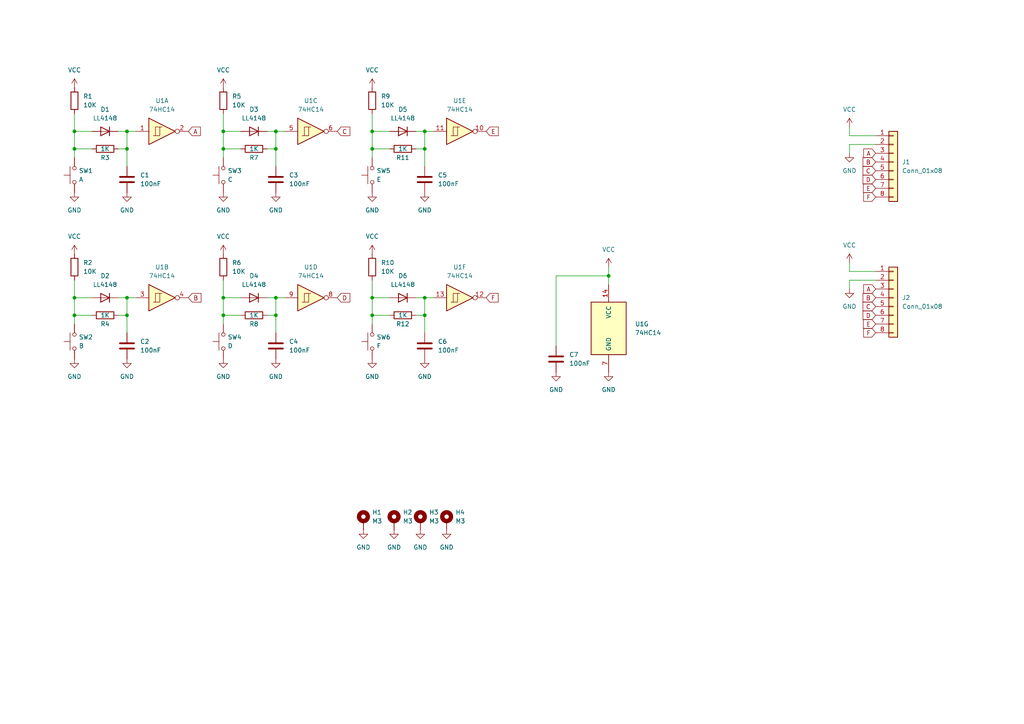
<source format=kicad_sch>
(kicad_sch (version 20231120) (generator "eeschema") (generator_version "8.0")
  (paper "A4")
  (lib_symbols
    (symbol "74xx:74HC14" (pin_names (offset 1.016))
      (property "Reference" "U" (at 0 1.27 0))
      (property "Value" "74HC14" (at 0 -1.27 0))
      (symbol "74HC14_1_0"
        (polyline (pts (xy -3.81 3.81) (xy -3.81 -3.81) (xy 3.81 0) (xy -3.81 3.81)) (stroke (width 0.254)) (fill (type background)))
        (pin input line (at -7.62 0 0) (length 3.81) (name "~") (number "1"))
        (pin output inverted (at 7.62 0 180) (length 3.81) (name "~") (number "2"))
      )
      (symbol "74HC14_1_1"
        (polyline (pts (xy -1.905 -1.27) (xy -1.905 1.27) (xy -0.635 1.27)))
        (polyline (pts (xy -2.54 -1.27) (xy -0.635 -1.27) (xy -0.635 1.27) (xy 0 1.27)))
      )
      (symbol "74HC14_2_0"
        (polyline (pts (xy -3.81 3.81) (xy -3.81 -3.81) (xy 3.81 0) (xy -3.81 3.81)) (stroke (width 0.254)) (fill (type background)))
        (pin input line (at -7.62 0 0) (length 3.81) (name "~") (number "3"))
        (pin output inverted (at 7.62 0 180) (length 3.81) (name "~") (number "4"))
      )
      (symbol "74HC14_2_1"
        (polyline (pts (xy -1.905 -1.27) (xy -1.905 1.27) (xy -0.635 1.27)))
        (polyline (pts (xy -2.54 -1.27) (xy -0.635 -1.27) (xy -0.635 1.27) (xy 0 1.27)))
      )
      (symbol "74HC14_3_0"
        (polyline (pts (xy -3.81 3.81) (xy -3.81 -3.81) (xy 3.81 0) (xy -3.81 3.81)) (stroke (width 0.254)) (fill (type background)))
        (pin input line (at -7.62 0 0) (length 3.81) (name "~") (number "5"))
        (pin output inverted (at 7.62 0 180) (length 3.81) (name "~") (number "6"))
      )
      (symbol "74HC14_3_1"
        (polyline (pts (xy -1.905 -1.27) (xy -1.905 1.27) (xy -0.635 1.27)))
        (polyline (pts (xy -2.54 -1.27) (xy -0.635 -1.27) (xy -0.635 1.27) (xy 0 1.27)))
      )
      (symbol "74HC14_4_0"
        (polyline (pts (xy -3.81 3.81) (xy -3.81 -3.81) (xy 3.81 0) (xy -3.81 3.81)) (stroke (width 0.254)) (fill (type background)))
        (pin output inverted (at 7.62 0 180) (length 3.81) (name "~") (number "8"))
        (pin input line (at -7.62 0 0) (length 3.81) (name "~") (number "9"))
      )
      (symbol "74HC14_4_1"
        (polyline (pts (xy -1.905 -1.27) (xy -1.905 1.27) (xy -0.635 1.27)))
        (polyline (pts (xy -2.54 -1.27) (xy -0.635 -1.27) (xy -0.635 1.27) (xy 0 1.27)))
      )
      (symbol "74HC14_5_0"
        (polyline (pts (xy -3.81 3.81) (xy -3.81 -3.81) (xy 3.81 0) (xy -3.81 3.81)) (stroke (width 0.254)) (fill (type background)))
        (pin output inverted (at 7.62 0 180) (length 3.81) (name "~") (number "10"))
        (pin input line (at -7.62 0 0) (length 3.81) (name "~") (number "11"))
      )
      (symbol "74HC14_5_1"
        (polyline (pts (xy -1.905 -1.27) (xy -1.905 1.27) (xy -0.635 1.27)))
        (polyline (pts (xy -2.54 -1.27) (xy -0.635 -1.27) (xy -0.635 1.27) (xy 0 1.27)))
      )
      (symbol "74HC14_6_0"
        (polyline (pts (xy -3.81 3.81) (xy -3.81 -3.81) (xy 3.81 0) (xy -3.81 3.81)) (stroke (width 0.254)) (fill (type background)))
        (pin output inverted (at 7.62 0 180) (length 3.81) (name "~") (number "12"))
        (pin input line (at -7.62 0 0) (length 3.81) (name "~") (number "13"))
      )
      (symbol "74HC14_6_1"
        (polyline (pts (xy -1.905 -1.27) (xy -1.905 1.27) (xy -0.635 1.27)))
        (polyline (pts (xy -2.54 -1.27) (xy -0.635 -1.27) (xy -0.635 1.27) (xy 0 1.27)))
      )
      (symbol "74HC14_7_0"
        (pin power_in line (at 0 12.7 270) (length 5.08) (name "VCC") (number "14"))
        (pin power_in line (at 0 -12.7 90) (length 5.08) (name "GND") (number "7"))
      )
      (symbol "74HC14_7_1"
        (rectangle (start -5.08 7.62) (end 5.08 -7.62) (stroke (width 0.254)) (fill (type background)))
      )
    )
    (symbol "Connector_Generic:Conn_01x08" (pin_names (offset 1.016) hide)
      (property "Reference" "J" (at 0 10.16 0))
      (property "Value" "Conn_01x08" (at 0 -12.7 0))
      (symbol "Conn_01x08_1_1"
        (rectangle (start -1.27 -10.033) (end 0 -10.287) (stroke (width 0.1524)))
        (rectangle (start -1.27 -7.493) (end 0 -7.747) (stroke (width 0.1524)))
        (rectangle (start -1.27 -4.953) (end 0 -5.207) (stroke (width 0.1524)))
        (rectangle (start -1.27 -2.413) (end 0 -2.667) (stroke (width 0.1524)))
        (rectangle (start -1.27 0.127) (end 0 -0.127) (stroke (width 0.1524)))
        (rectangle (start -1.27 2.667) (end 0 2.413) (stroke (width 0.1524)))
        (rectangle (start -1.27 5.207) (end 0 4.953) (stroke (width 0.1524)))
        (rectangle (start -1.27 7.747) (end 0 7.493) (stroke (width 0.1524)))
        (rectangle (start -1.27 8.89) (end 1.27 -11.43) (stroke (width 0.254)) (fill (type background)))
        (pin passive line (at -5.08 7.62 0) (length 3.81) (name "Pin_1") (number "1"))
        (pin passive line (at -5.08 5.08 0) (length 3.81) (name "Pin_2") (number "2"))
        (pin passive line (at -5.08 2.54 0) (length 3.81) (name "Pin_3") (number "3"))
        (pin passive line (at -5.08 0 0) (length 3.81) (name "Pin_4") (number "4"))
        (pin passive line (at -5.08 -2.54 0) (length 3.81) (name "Pin_5") (number "5"))
        (pin passive line (at -5.08 -5.08 0) (length 3.81) (name "Pin_6") (number "6"))
        (pin passive line (at -5.08 -7.62 0) (length 3.81) (name "Pin_7") (number "7"))
        (pin passive line (at -5.08 -10.16 0) (length 3.81) (name "Pin_8") (number "8"))
      )
    )
    (symbol "Device:C" (pin_numbers hide) (pin_names (offset 0.254))
      (property "Reference" "C" (at 0.635 2.54 0))
      (property "Value" "C" (at 0.635 -2.54 0))
      (symbol "C_0_1"
        (polyline (pts (xy -2.032 -0.762) (xy 2.032 -0.762)) (stroke (width 0.508)))
        (polyline (pts (xy -2.032 0.762) (xy 2.032 0.762)) (stroke (width 0.508)))
      )
      (symbol "C_1_1"
        (pin passive line (at 0 3.81 270) (length 2.794) (name "~") (number "1"))
        (pin passive line (at 0 -3.81 90) (length 2.794) (name "~") (number "2"))
      )
    )
    (symbol "Device:R" (pin_numbers hide) (pin_names (offset 0))
      (property "Reference" "R" (at 2.032 0 90))
      (property "Value" "R" (at 0 0 90))
      (symbol "R_0_1"
        (rectangle (start -1.016 -2.54) (end 1.016 2.54) (stroke (width 0.254)))
      )
      (symbol "R_1_1"
        (pin passive line (at 0 3.81 270) (length 1.27) (name "~") (number "1"))
        (pin passive line (at 0 -3.81 90) (length 1.27) (name "~") (number "2"))
      )
    )
    (symbol "Diode:LL4148" (pin_numbers hide) (pin_names (offset 1.016) hide)
      (property "Reference" "D" (at 0 2.54 0))
      (property "Value" "LL4148" (at 0 -2.54 0))
      (symbol "LL4148_0_1"
        (polyline (pts (xy -1.27 1.27) (xy -1.27 -1.27)) (stroke (width 0.254)))
        (polyline (pts (xy 1.27 0) (xy -1.27 0)))
        (polyline (pts (xy 1.27 1.27) (xy 1.27 -1.27) (xy -1.27 0) (xy 1.27 1.27)) (stroke (width 0.254)))
      )
      (symbol "LL4148_1_1"
        (pin passive line (at -3.81 0 0) (length 2.54) (name "K") (number "1"))
        (pin passive line (at 3.81 0 180) (length 2.54) (name "A") (number "2"))
      )
    )
    (symbol "Mechanical:MountingHole_Pad" (pin_numbers hide) (pin_names (offset 1.016) hide)
      (property "Reference" "H" (at 0 6.35 0))
      (property "Value" "MountingHole_Pad" (at 0 4.445 0))
      (symbol "MountingHole_Pad_0_1"
        (circle (center 0 1.27) (radius 1.27) (stroke (width 1.27)))
      )
      (symbol "MountingHole_Pad_1_1"
        (pin input line (at 0 -2.54 90) (length 2.54) (name "1") (number "1"))
      )
    )
    (symbol "Switch:SW_Push" (pin_numbers hide) (pin_names (offset 1.016) hide)
      (property "Reference" "SW" (at 1.27 2.54 0))
      (property "Value" "SW_Push" (at 0 -1.524 0))
      (symbol "SW_Push_0_1"
        (circle (center -2.032 0) (radius 0.508))
        (polyline (pts (xy 0 1.27) (xy 0 3.048)))
        (polyline (pts (xy 2.54 1.27) (xy -2.54 1.27)))
        (circle (center 2.032 0) (radius 0.508))
        (pin passive line (at -5.08 0 0) (length 2.54) (name "1") (number "1"))
        (pin passive line (at 5.08 0 180) (length 2.54) (name "2") (number "2"))
      )
    )
    (symbol "power:GND" (power) (pin_names (offset 0))
      (property "Value" "GND" (at 0 -3.81 0))
      (symbol "GND_0_1"
        (polyline (pts (xy 0 0) (xy 0 -1.27) (xy 1.27 -1.27) (xy 0 -2.54) (xy -1.27 -1.27) (xy 0 -1.27)))
      )
      (symbol "GND_1_1"
        (pin power_in line (at 0 0 270) (length 0) hide (name "GND") (number "1"))
      )
    )
    (symbol "power:VCC" (power) (pin_names (offset 0))
      (property "Value" "VCC" (at 0 3.81 0))
      (symbol "VCC_0_1"
        (polyline (pts (xy -0.762 1.27) (xy 0 2.54)))
        (polyline (pts (xy 0 0) (xy 0 2.54)))
        (polyline (pts (xy 0 2.54) (xy 0.762 1.27)))
      )
      (symbol "VCC_1_1"
        (pin power_in line (at 0 0 90) (length 0) hide (name "VCC") (number "1"))
      )
    )
  )
  (junction (at 123.19 86.36))
  (junction (at 21.59 91.44))
  (junction (at 107.95 91.44))
  (junction (at 36.83 38.1))
  (junction (at 107.95 43.18))
  (junction (at 123.19 91.44))
  (junction (at 80.01 91.44))
  (junction (at 80.01 38.1))
  (junction (at 21.59 86.36))
  (junction (at 123.19 43.18))
  (junction (at 176.53 80.01))
  (junction (at 107.95 86.36))
  (junction (at 64.77 86.36))
  (junction (at 21.59 43.18))
  (junction (at 21.59 38.1))
  (junction (at 80.01 86.36))
  (junction (at 36.83 43.18))
  (junction (at 64.77 91.44))
  (junction (at 36.83 86.36))
  (junction (at 107.95 38.1))
  (junction (at 36.83 91.44))
  (junction (at 123.19 38.1))
  (junction (at 64.77 43.18))
  (junction (at 80.01 43.18))
  (junction (at 64.77 38.1))
  (wire (pts (xy 120.65 91.44) (xy 123.19 91.44)))
  (wire (pts (xy 21.59 86.36) (xy 26.67 86.36)))
  (wire (pts (xy 254 41.91) (xy 246.38 41.91)))
  (wire (pts (xy 107.95 86.36) (xy 107.95 91.44)))
  (wire (pts (xy 64.77 43.18) (xy 69.85 43.18)))
  (wire (pts (xy 64.77 86.36) (xy 69.85 86.36)))
  (wire (pts (xy 176.53 80.01) (xy 176.53 82.55)))
  (wire (pts (xy 246.38 36.83) (xy 246.38 39.37)))
  (wire (pts (xy 21.59 86.36) (xy 21.59 91.44)))
  (wire (pts (xy 161.29 80.01) (xy 176.53 80.01)))
  (wire (pts (xy 80.01 91.44) (xy 80.01 96.52)))
  (wire (pts (xy 34.29 43.18) (xy 36.83 43.18)))
  (wire (pts (xy 64.77 86.36) (xy 64.77 81.28)))
  (wire (pts (xy 77.47 38.1) (xy 80.01 38.1)))
  (wire (pts (xy 246.38 81.28) (xy 246.38 83.82)))
  (wire (pts (xy 123.19 86.36) (xy 125.73 86.36)))
  (wire (pts (xy 21.59 43.18) (xy 21.59 45.72)))
  (wire (pts (xy 80.01 38.1) (xy 80.01 43.18)))
  (wire (pts (xy 107.95 43.18) (xy 113.03 43.18)))
  (wire (pts (xy 21.59 91.44) (xy 26.67 91.44)))
  (wire (pts (xy 36.83 38.1) (xy 36.83 43.18)))
  (wire (pts (xy 107.95 38.1) (xy 113.03 38.1)))
  (wire (pts (xy 36.83 86.36) (xy 39.37 86.36)))
  (wire (pts (xy 36.83 91.44) (xy 36.83 96.52)))
  (wire (pts (xy 77.47 86.36) (xy 80.01 86.36)))
  (wire (pts (xy 64.77 38.1) (xy 69.85 38.1)))
  (wire (pts (xy 107.95 38.1) (xy 107.95 43.18)))
  (wire (pts (xy 246.38 41.91) (xy 246.38 44.45)))
  (wire (pts (xy 80.01 86.36) (xy 80.01 91.44)))
  (wire (pts (xy 21.59 43.18) (xy 26.67 43.18)))
  (wire (pts (xy 36.83 86.36) (xy 36.83 91.44)))
  (wire (pts (xy 21.59 38.1) (xy 26.67 38.1)))
  (wire (pts (xy 120.65 43.18) (xy 123.19 43.18)))
  (wire (pts (xy 123.19 86.36) (xy 123.19 91.44)))
  (wire (pts (xy 107.95 91.44) (xy 113.03 91.44)))
  (wire (pts (xy 64.77 91.44) (xy 64.77 93.98)))
  (wire (pts (xy 64.77 91.44) (xy 69.85 91.44)))
  (wire (pts (xy 120.65 86.36) (xy 123.19 86.36)))
  (wire (pts (xy 64.77 38.1) (xy 64.77 43.18)))
  (wire (pts (xy 34.29 38.1) (xy 36.83 38.1)))
  (wire (pts (xy 36.83 38.1) (xy 39.37 38.1)))
  (wire (pts (xy 254 81.28) (xy 246.38 81.28)))
  (wire (pts (xy 107.95 43.18) (xy 107.95 45.72)))
  (wire (pts (xy 254 39.37) (xy 246.38 39.37)))
  (wire (pts (xy 107.95 86.36) (xy 113.03 86.36)))
  (wire (pts (xy 123.19 43.18) (xy 123.19 48.26)))
  (wire (pts (xy 254 78.74) (xy 246.38 78.74)))
  (wire (pts (xy 64.77 43.18) (xy 64.77 45.72)))
  (wire (pts (xy 107.95 91.44) (xy 107.95 93.98)))
  (wire (pts (xy 64.77 86.36) (xy 64.77 91.44)))
  (wire (pts (xy 123.19 91.44) (xy 123.19 96.52)))
  (wire (pts (xy 36.83 43.18) (xy 36.83 48.26)))
  (wire (pts (xy 80.01 86.36) (xy 82.55 86.36)))
  (wire (pts (xy 64.77 38.1) (xy 64.77 33.02)))
  (wire (pts (xy 176.53 77.47) (xy 176.53 80.01)))
  (wire (pts (xy 34.29 86.36) (xy 36.83 86.36)))
  (wire (pts (xy 107.95 38.1) (xy 107.95 33.02)))
  (wire (pts (xy 77.47 43.18) (xy 80.01 43.18)))
  (wire (pts (xy 120.65 38.1) (xy 123.19 38.1)))
  (wire (pts (xy 34.29 91.44) (xy 36.83 91.44)))
  (wire (pts (xy 21.59 86.36) (xy 21.59 81.28)))
  (wire (pts (xy 77.47 91.44) (xy 80.01 91.44)))
  (wire (pts (xy 21.59 38.1) (xy 21.59 43.18)))
  (wire (pts (xy 107.95 86.36) (xy 107.95 81.28)))
  (wire (pts (xy 123.19 38.1) (xy 125.73 38.1)))
  (wire (pts (xy 21.59 38.1) (xy 21.59 33.02)))
  (wire (pts (xy 80.01 38.1) (xy 82.55 38.1)))
  (wire (pts (xy 21.59 91.44) (xy 21.59 93.98)))
  (wire (pts (xy 80.01 43.18) (xy 80.01 48.26)))
  (wire (pts (xy 123.19 38.1) (xy 123.19 43.18)))
  (wire (pts (xy 246.38 76.2) (xy 246.38 78.74)))
  (wire (pts (xy 161.29 100.33) (xy 161.29 80.01)))
  (global_label "A" (shape input) (at 54.61 38.1 0) (property "Intersheetrefs" "${INTERSHEET_REFS}" (effects (hide yes))))
  (global_label "E" (shape input) (at 254 54.61 180) (property "Intersheetrefs" "${INTERSHEET_REFS}" (effects (hide yes))))
  (global_label "C" (shape input) (at 97.79 38.1 0) (property "Intersheetrefs" "${INTERSHEET_REFS}" (effects (hide yes))))
  (global_label "D" (shape input) (at 254 91.44 180) (property "Intersheetrefs" "${INTERSHEET_REFS}" (effects (hide yes))))
  (global_label "D" (shape input) (at 254 52.07 180) (property "Intersheetrefs" "${INTERSHEET_REFS}" (effects (hide yes))))
  (global_label "A" (shape input) (at 254 83.82 180) (property "Intersheetrefs" "${INTERSHEET_REFS}" (effects (hide yes))))
  (global_label "D" (shape input) (at 97.79 86.36 0) (property "Intersheetrefs" "${INTERSHEET_REFS}" (effects (hide yes))))
  (global_label "B" (shape input) (at 54.61 86.36 0) (property "Intersheetrefs" "${INTERSHEET_REFS}" (effects (hide yes))))
  (global_label "E" (shape input) (at 140.97 38.1 0) (property "Intersheetrefs" "${INTERSHEET_REFS}" (effects (hide yes))))
  (global_label "C" (shape input) (at 254 88.9 180) (property "Intersheetrefs" "${INTERSHEET_REFS}" (effects (hide yes))))
  (global_label "F" (shape input) (at 254 57.15 180) (property "Intersheetrefs" "${INTERSHEET_REFS}" (effects (hide yes))))
  (global_label "E" (shape input) (at 254 93.98 180) (property "Intersheetrefs" "${INTERSHEET_REFS}" (effects (hide yes))))
  (global_label "F" (shape input) (at 140.97 86.36 0) (property "Intersheetrefs" "${INTERSHEET_REFS}" (effects (hide yes))))
  (global_label "B" (shape input) (at 254 86.36 180) (property "Intersheetrefs" "${INTERSHEET_REFS}" (effects (hide yes))))
  (global_label "F" (shape input) (at 254 96.52 180) (property "Intersheetrefs" "${INTERSHEET_REFS}" (effects (hide yes))))
  (global_label "A" (shape input) (at 254 44.45 180) (property "Intersheetrefs" "${INTERSHEET_REFS}" (effects (hide yes))))
  (global_label "B" (shape input) (at 254 46.99 180) (property "Intersheetrefs" "${INTERSHEET_REFS}" (effects (hide yes))))
  (global_label "C" (shape input) (at 254 49.53 180) (property "Intersheetrefs" "${INTERSHEET_REFS}" (effects (hide yes))))
  (symbol (lib_id "power:GND") (at 107.95 55.88 0) (unit 1)
    (property "Reference" "#PWR015" (effects (hide yes)))
    (property "Value" "GND" (at 107.95 60.96 0))
  )
  (symbol (lib_id "power:GND") (at 161.29 107.95 0) (unit 1)
    (property "Reference" "#PWR020" (effects (hide yes)))
    (property "Value" "GND" (at 161.29 113.03 0))
  )
  (symbol (lib_id "Diode:LL4148") (at 73.66 38.1 180) (unit 1)
    (property "Reference" "D3" (at 73.66 31.75 0))
    (property "Value" "LL4148" (at 73.66 34.29 0))
    (property "Footprint" "Diode_SMD:D_MiniMELF" (effects (hide yes)))
    (property "Datasheet" "http://www.vishay.com/docs/85557/ll4148.pdf" (effects (hide yes)))
  )
  (symbol (lib_id "Device:C") (at 123.19 100.33 0) (unit 1)
    (property "Reference" "C6" (at 127 99.0599 0) (effects (justify left)))
    (property "Value" "100nF" (at 127 101.5999 0) (effects (justify left)))
    (property "Footprint" "Capacitor_SMD:C_0805_2012Metric" (effects (hide yes)))
  )
  (symbol (lib_id "Device:R") (at 64.77 29.21 0) (unit 1)
    (property "Reference" "R5" (at 67.31 27.9399 0) (effects (justify left)))
    (property "Value" "10K" (at 67.31 30.4799 0) (effects (justify left)))
    (property "Footprint" "Resistor_SMD:R_0805_2012Metric" (effects (hide yes)))
  )
  (symbol (lib_id "power:VCC") (at 107.95 73.66 0) (unit 1)
    (property "Reference" "#PWR016" (effects (hide yes)))
    (property "Value" "VCC" (at 107.95 68.58 0))
  )
  (symbol (lib_id "power:GND") (at 123.19 55.88 0) (unit 1)
    (property "Reference" "#PWR018" (effects (hide yes)))
    (property "Value" "GND" (at 123.19 60.96 0))
  )
  (symbol (lib_id "74xx:74HC14") (at 90.17 38.1 0) (unit 3)
    (property "Reference" "U1" (at 90.17 29.21 0))
    (property "Value" "74HC14" (at 90.17 31.75 0))
    (property "Footprint" "Package_SO:SO-14_3.9x8.65mm_P1.27mm" (effects (hide yes)))
    (property "Datasheet" "http://www.ti.com/lit/gpn/sn74HC14" (effects (hide yes)))
  )
  (symbol (lib_id "Mechanical:MountingHole_Pad") (at 105.41 151.13 0) (unit 1)
    (property "Reference" "H1" (at 107.95 148.5899 0) (effects (justify left)))
    (property "Value" "M3" (at 107.95 151.1299 0) (effects (justify left)))
    (property "Footprint" "MountingHole:MountingHole_3.2mm_M3_DIN965_Pad_TopBottom" (effects (hide yes)))
  )
  (symbol (lib_id "power:GND") (at 123.19 104.14 0) (unit 1)
    (property "Reference" "#PWR019" (effects (hide yes)))
    (property "Value" "GND" (at 123.19 109.22 0))
  )
  (symbol (lib_id "Switch:SW_Push") (at 64.77 99.06 90) (unit 1)
    (property "Reference" "SW4" (at 66.04 97.7899 90) (effects (justify right)))
    (property "Value" "D" (at 66.04 100.3299 90) (effects (justify right)))
    (property "Footprint" "Button_Switch_SMD:SW_SPST_PTS645" (effects (hide yes)))
  )
  (symbol (lib_id "Connector_Generic:Conn_01x08") (at 259.08 46.99 0) (unit 1)
    (property "Reference" "J1" (at 261.62 46.9899 0) (effects (justify left)))
    (property "Value" "Conn_01x08" (at 261.62 49.5299 0) (effects (justify left)))
    (property "Footprint" "Connector_PinHeader_2.54mm:PinHeader_1x08_P2.54mm_Vertical" (effects (hide yes)))
  )
  (symbol (lib_id "74xx:74HC14") (at 46.99 38.1 0) (unit 1)
    (property "Reference" "U1" (at 46.99 29.21 0))
    (property "Value" "74HC14" (at 46.99 31.75 0))
    (property "Footprint" "Package_SO:SO-14_3.9x8.65mm_P1.27mm" (effects (hide yes)))
    (property "Datasheet" "http://www.ti.com/lit/gpn/sn74HC14" (effects (hide yes)))
  )
  (symbol (lib_id "74xx:74HC14") (at 133.35 86.36 0) (unit 6)
    (property "Reference" "U1" (at 133.35 77.47 0))
    (property "Value" "74HC14" (at 133.35 80.01 0))
    (property "Footprint" "Package_SO:SO-14_3.9x8.65mm_P1.27mm" (effects (hide yes)))
    (property "Datasheet" "http://www.ti.com/lit/gpn/sn74HC14" (effects (hide yes)))
  )
  (symbol (lib_id "power:VCC") (at 246.38 76.2 0) (unit 1)
    (property "Reference" "#PWR028" (effects (hide yes)))
    (property "Value" "VCC" (at 246.38 71.12 0))
  )
  (symbol (lib_id "Diode:LL4148") (at 30.48 86.36 180) (unit 1)
    (property "Reference" "D2" (at 30.48 80.01 0))
    (property "Value" "LL4148" (at 30.48 82.55 0))
    (property "Footprint" "Diode_SMD:D_MiniMELF" (effects (hide yes)))
    (property "Datasheet" "http://www.vishay.com/docs/85557/ll4148.pdf" (effects (hide yes)))
  )
  (symbol (lib_id "power:GND") (at 105.41 153.67 0) (unit 1)
    (property "Reference" "#PWR013" (effects (hide yes)))
    (property "Value" "GND" (at 105.41 158.75 0))
  )
  (symbol (lib_id "Device:R") (at 107.95 77.47 0) (unit 1)
    (property "Reference" "R10" (at 110.49 76.1999 0) (effects (justify left)))
    (property "Value" "10K" (at 110.49 78.7399 0) (effects (justify left)))
    (property "Footprint" "Resistor_SMD:R_0805_2012Metric" (effects (hide yes)))
  )
  (symbol (lib_id "power:GND") (at 21.59 104.14 0) (unit 1)
    (property "Reference" "#PWR04" (effects (hide yes)))
    (property "Value" "GND" (at 21.59 109.22 0))
  )
  (symbol (lib_id "Switch:SW_Push") (at 107.95 50.8 90) (unit 1)
    (property "Reference" "SW5" (at 109.22 49.5299 90) (effects (justify right)))
    (property "Value" "E" (at 109.22 52.0699 90) (effects (justify right)))
    (property "Footprint" "Button_Switch_SMD:SW_SPST_PTS645" (effects (hide yes)))
  )
  (symbol (lib_id "power:VCC") (at 21.59 73.66 0) (unit 1)
    (property "Reference" "#PWR03" (effects (hide yes)))
    (property "Value" "VCC" (at 21.59 68.58 0))
  )
  (symbol (lib_id "power:GND") (at 36.83 55.88 0) (unit 1)
    (property "Reference" "#PWR05" (effects (hide yes)))
    (property "Value" "GND" (at 36.83 60.96 0))
  )
  (symbol (lib_id "Mechanical:MountingHole_Pad") (at 114.3 151.13 0) (unit 1)
    (property "Reference" "H2" (at 116.84 148.5899 0) (effects (justify left)))
    (property "Value" "M3" (at 116.84 151.1299 0) (effects (justify left)))
    (property "Footprint" "MountingHole:MountingHole_3.2mm_M3_DIN965_Pad_TopBottom" (effects (hide yes)))
  )
  (symbol (lib_id "Device:R") (at 73.66 91.44 270) (unit 1)
    (property "Reference" "R8" (at 73.66 93.98 90))
    (property "Value" "1K" (at 73.66 91.44 90))
    (property "Footprint" "Resistor_SMD:R_0805_2012Metric" (effects (hide yes)))
  )
  (symbol (lib_id "Switch:SW_Push") (at 64.77 50.8 90) (unit 1)
    (property "Reference" "SW3" (at 66.04 49.5299 90) (effects (justify right)))
    (property "Value" "C" (at 66.04 52.0699 90) (effects (justify right)))
    (property "Footprint" "Button_Switch_SMD:SW_SPST_PTS645" (effects (hide yes)))
  )
  (symbol (lib_id "Device:C") (at 161.29 104.14 0) (unit 1)
    (property "Reference" "C7" (at 165.1 102.8699 0) (effects (justify left)))
    (property "Value" "100nF" (at 165.1 105.4099 0) (effects (justify left)))
    (property "Footprint" "Capacitor_SMD:C_0805_2012Metric" (effects (hide yes)))
  )
  (symbol (lib_id "power:GND") (at 246.38 83.82 0) (unit 1)
    (property "Reference" "#PWR029" (effects (hide yes)))
    (property "Value" "GND" (at 246.38 88.9 0))
  )
  (symbol (lib_id "74xx:74HC14") (at 46.99 86.36 0) (unit 2)
    (property "Reference" "U1" (at 46.99 77.47 0))
    (property "Value" "74HC14" (at 46.99 80.01 0))
    (property "Footprint" "Package_SO:SO-14_3.9x8.65mm_P1.27mm" (effects (hide yes)))
    (property "Datasheet" "http://www.ti.com/lit/gpn/sn74HC14" (effects (hide yes)))
  )
  (symbol (lib_id "Switch:SW_Push") (at 107.95 99.06 90) (unit 1)
    (property "Reference" "SW6" (at 109.22 97.7899 90) (effects (justify right)))
    (property "Value" "F" (at 109.22 100.3299 90) (effects (justify right)))
    (property "Footprint" "Button_Switch_SMD:SW_SPST_PTS645" (effects (hide yes)))
  )
  (symbol (lib_id "Device:C") (at 36.83 100.33 0) (unit 1)
    (property "Reference" "C2" (at 40.64 99.0599 0) (effects (justify left)))
    (property "Value" "100nF" (at 40.64 101.5999 0) (effects (justify left)))
    (property "Footprint" "Capacitor_SMD:C_0805_2012Metric" (effects (hide yes)))
  )
  (symbol (lib_id "Device:C") (at 80.01 52.07 0) (unit 1)
    (property "Reference" "C3" (at 83.82 50.7999 0) (effects (justify left)))
    (property "Value" "100nF" (at 83.82 53.3399 0) (effects (justify left)))
    (property "Footprint" "Capacitor_SMD:C_0805_2012Metric" (effects (hide yes)))
  )
  (symbol (lib_id "power:VCC") (at 64.77 25.4 0) (unit 1)
    (property "Reference" "#PWR07" (effects (hide yes)))
    (property "Value" "VCC" (at 64.77 20.32 0))
  )
  (symbol (lib_id "Mechanical:MountingHole_Pad") (at 129.54 151.13 0) (unit 1)
    (property "Reference" "H4" (at 132.08 148.5899 0) (effects (justify left)))
    (property "Value" "M3" (at 132.08 151.1299 0) (effects (justify left)))
    (property "Footprint" "MountingHole:MountingHole_3.2mm_M3_DIN965_Pad_TopBottom" (effects (hide yes)))
  )
  (symbol (lib_id "74xx:74HC14") (at 176.53 95.25 0) (unit 7)
    (property "Reference" "U1" (at 184.15 93.9799 0) (effects (justify left)))
    (property "Value" "74HC14" (at 184.15 96.5199 0) (effects (justify left)))
    (property "Footprint" "Package_SO:SO-14_3.9x8.65mm_P1.27mm" (effects (hide yes)))
    (property "Datasheet" "http://www.ti.com/lit/gpn/sn74HC14" (effects (hide yes)))
  )
  (symbol (lib_id "power:VCC") (at 246.38 36.83 0) (unit 1)
    (property "Reference" "#PWR023" (effects (hide yes)))
    (property "Value" "VCC" (at 246.38 31.75 0))
  )
  (symbol (lib_id "power:VCC") (at 176.53 77.47 0) (unit 1)
    (property "Reference" "#PWR021" (effects (hide yes)))
    (property "Value" "VCC" (at 176.53 72.39 0))
  )
  (symbol (lib_id "Device:R") (at 116.84 91.44 270) (unit 1)
    (property "Reference" "R12" (at 116.84 93.98 90))
    (property "Value" "1K" (at 116.84 91.44 90))
    (property "Footprint" "Resistor_SMD:R_0805_2012Metric" (effects (hide yes)))
  )
  (symbol (lib_id "power:GND") (at 64.77 104.14 0) (unit 1)
    (property "Reference" "#PWR010" (effects (hide yes)))
    (property "Value" "GND" (at 64.77 109.22 0))
  )
  (symbol (lib_id "Diode:LL4148") (at 30.48 38.1 180) (unit 1)
    (property "Reference" "D1" (at 30.48 31.75 0))
    (property "Value" "LL4148" (at 30.48 34.29 0))
    (property "Footprint" "Diode_SMD:D_MiniMELF" (effects (hide yes)))
    (property "Datasheet" "http://www.vishay.com/docs/85557/ll4148.pdf" (effects (hide yes)))
  )
  (symbol (lib_id "Diode:LL4148") (at 116.84 86.36 180) (unit 1)
    (property "Reference" "D6" (at 116.84 80.01 0))
    (property "Value" "LL4148" (at 116.84 82.55 0))
    (property "Footprint" "Diode_SMD:D_MiniMELF" (effects (hide yes)))
    (property "Datasheet" "http://www.vishay.com/docs/85557/ll4148.pdf" (effects (hide yes)))
  )
  (symbol (lib_id "Device:R") (at 107.95 29.21 0) (unit 1)
    (property "Reference" "R9" (at 110.49 27.9399 0) (effects (justify left)))
    (property "Value" "10K" (at 110.49 30.4799 0) (effects (justify left)))
    (property "Footprint" "Resistor_SMD:R_0805_2012Metric" (effects (hide yes)))
  )
  (symbol (lib_id "power:GND") (at 80.01 55.88 0) (unit 1)
    (property "Reference" "#PWR011" (effects (hide yes)))
    (property "Value" "GND" (at 80.01 60.96 0))
  )
  (symbol (lib_id "74xx:74HC14") (at 133.35 38.1 0) (unit 5)
    (property "Reference" "U1" (at 133.35 29.21 0))
    (property "Value" "74HC14" (at 133.35 31.75 0))
    (property "Footprint" "Package_SO:SO-14_3.9x8.65mm_P1.27mm" (effects (hide yes)))
    (property "Datasheet" "http://www.ti.com/lit/gpn/sn74HC14" (effects (hide yes)))
  )
  (symbol (lib_id "power:GND") (at 246.38 44.45 0) (unit 1)
    (property "Reference" "#PWR024" (effects (hide yes)))
    (property "Value" "GND" (at 246.38 49.53 0))
  )
  (symbol (lib_id "Diode:LL4148") (at 73.66 86.36 180) (unit 1)
    (property "Reference" "D4" (at 73.66 80.01 0))
    (property "Value" "LL4148" (at 73.66 82.55 0))
    (property "Footprint" "Diode_SMD:D_MiniMELF" (effects (hide yes)))
    (property "Datasheet" "http://www.vishay.com/docs/85557/ll4148.pdf" (effects (hide yes)))
  )
  (symbol (lib_id "power:GND") (at 176.53 107.95 0) (unit 1)
    (property "Reference" "#PWR022" (effects (hide yes)))
    (property "Value" "GND" (at 176.53 113.03 0))
  )
  (symbol (lib_id "power:GND") (at 114.3 153.67 0) (unit 1)
    (property "Reference" "#PWR025" (effects (hide yes)))
    (property "Value" "GND" (at 114.3 158.75 0))
  )
  (symbol (lib_id "power:GND") (at 129.54 153.67 0) (unit 1)
    (property "Reference" "#PWR027" (effects (hide yes)))
    (property "Value" "GND" (at 129.54 158.75 0))
  )
  (symbol (lib_id "power:GND") (at 80.01 104.14 0) (unit 1)
    (property "Reference" "#PWR012" (effects (hide yes)))
    (property "Value" "GND" (at 80.01 109.22 0))
  )
  (symbol (lib_id "Device:R") (at 21.59 29.21 0) (unit 1)
    (property "Reference" "R1" (at 24.13 27.9399 0) (effects (justify left)))
    (property "Value" "10K" (at 24.13 30.4799 0) (effects (justify left)))
    (property "Footprint" "Resistor_SMD:R_0805_2012Metric" (effects (hide yes)))
  )
  (symbol (lib_id "power:GND") (at 121.92 153.67 0) (unit 1)
    (property "Reference" "#PWR026" (effects (hide yes)))
    (property "Value" "GND" (at 121.92 158.75 0))
  )
  (symbol (lib_id "Device:C") (at 80.01 100.33 0) (unit 1)
    (property "Reference" "C4" (at 83.82 99.0599 0) (effects (justify left)))
    (property "Value" "100nF" (at 83.82 101.5999 0) (effects (justify left)))
    (property "Footprint" "Capacitor_SMD:C_0805_2012Metric" (effects (hide yes)))
  )
  (symbol (lib_id "Diode:LL4148") (at 116.84 38.1 180) (unit 1)
    (property "Reference" "D5" (at 116.84 31.75 0))
    (property "Value" "LL4148" (at 116.84 34.29 0))
    (property "Footprint" "Diode_SMD:D_MiniMELF" (effects (hide yes)))
    (property "Datasheet" "http://www.vishay.com/docs/85557/ll4148.pdf" (effects (hide yes)))
  )
  (symbol (lib_id "power:GND") (at 107.95 104.14 0) (unit 1)
    (property "Reference" "#PWR017" (effects (hide yes)))
    (property "Value" "GND" (at 107.95 109.22 0))
  )
  (symbol (lib_id "74xx:74HC14") (at 90.17 86.36 0) (unit 4)
    (property "Reference" "U1" (at 90.17 77.47 0))
    (property "Value" "74HC14" (at 90.17 80.01 0))
    (property "Footprint" "Package_SO:SO-14_3.9x8.65mm_P1.27mm" (effects (hide yes)))
    (property "Datasheet" "http://www.ti.com/lit/gpn/sn74HC14" (effects (hide yes)))
  )
  (symbol (lib_id "Device:R") (at 30.48 43.18 270) (unit 1)
    (property "Reference" "R3" (at 30.48 45.72 90))
    (property "Value" "1K" (at 30.48 43.18 90))
    (property "Footprint" "Resistor_SMD:R_0805_2012Metric" (effects (hide yes)))
  )
  (symbol (lib_id "power:GND") (at 64.77 55.88 0) (unit 1)
    (property "Reference" "#PWR08" (effects (hide yes)))
    (property "Value" "GND" (at 64.77 60.96 0))
  )
  (symbol (lib_id "Device:R") (at 21.59 77.47 0) (unit 1)
    (property "Reference" "R2" (at 24.13 76.1999 0) (effects (justify left)))
    (property "Value" "10K" (at 24.13 78.7399 0) (effects (justify left)))
    (property "Footprint" "Resistor_SMD:R_0805_2012Metric" (effects (hide yes)))
  )
  (symbol (lib_id "power:GND") (at 21.59 55.88 0) (unit 1)
    (property "Reference" "#PWR02" (effects (hide yes)))
    (property "Value" "GND" (at 21.59 60.96 0))
  )
  (symbol (lib_id "Device:R") (at 116.84 43.18 270) (unit 1)
    (property "Reference" "R11" (at 116.84 45.72 90))
    (property "Value" "1K" (at 116.84 43.18 90))
    (property "Footprint" "Resistor_SMD:R_0805_2012Metric" (effects (hide yes)))
  )
  (symbol (lib_id "power:VCC") (at 21.59 25.4 0) (unit 1)
    (property "Reference" "#PWR01" (effects (hide yes)))
    (property "Value" "VCC" (at 21.59 20.32 0))
  )
  (symbol (lib_id "power:VCC") (at 107.95 25.4 0) (unit 1)
    (property "Reference" "#PWR014" (effects (hide yes)))
    (property "Value" "VCC" (at 107.95 20.32 0))
  )
  (symbol (lib_id "Device:R") (at 30.48 91.44 270) (unit 1)
    (property "Reference" "R4" (at 30.48 93.98 90))
    (property "Value" "1K" (at 30.48 91.44 90))
    (property "Footprint" "Resistor_SMD:R_0805_2012Metric" (effects (hide yes)))
  )
  (symbol (lib_id "power:VCC") (at 64.77 73.66 0) (unit 1)
    (property "Reference" "#PWR09" (effects (hide yes)))
    (property "Value" "VCC" (at 64.77 68.58 0))
  )
  (symbol (lib_id "Connector_Generic:Conn_01x08") (at 259.08 86.36 0) (unit 1)
    (property "Reference" "J2" (at 261.62 86.3599 0) (effects (justify left)))
    (property "Value" "Conn_01x08" (at 261.62 88.8999 0) (effects (justify left)))
    (property "Footprint" "Connector_PinHeader_2.54mm:PinHeader_1x08_P2.54mm_Vertical" (effects (hide yes)))
  )
  (symbol (lib_id "Device:C") (at 123.19 52.07 0) (unit 1)
    (property "Reference" "C5" (at 127 50.7999 0) (effects (justify left)))
    (property "Value" "100nF" (at 127 53.3399 0) (effects (justify left)))
    (property "Footprint" "Capacitor_SMD:C_0805_2012Metric" (effects (hide yes)))
  )
  (symbol (lib_id "Device:R") (at 73.66 43.18 270) (unit 1)
    (property "Reference" "R7" (at 73.66 45.72 90))
    (property "Value" "1K" (at 73.66 43.18 90))
    (property "Footprint" "Resistor_SMD:R_0805_2012Metric" (effects (hide yes)))
  )
  (symbol (lib_id "power:GND") (at 36.83 104.14 0) (unit 1)
    (property "Reference" "#PWR06" (effects (hide yes)))
    (property "Value" "GND" (at 36.83 109.22 0))
  )
  (symbol (lib_id "Device:C") (at 36.83 52.07 0) (unit 1)
    (property "Reference" "C1" (at 40.64 50.7999 0) (effects (justify left)))
    (property "Value" "100nF" (at 40.64 53.3399 0) (effects (justify left)))
    (property "Footprint" "Capacitor_SMD:C_0805_2012Metric" (effects (hide yes)))
  )
  (symbol (lib_id "Mechanical:MountingHole_Pad") (at 121.92 151.13 0) (unit 1)
    (property "Reference" "H3" (at 124.46 148.5899 0) (effects (justify left)))
    (property "Value" "M3" (at 124.46 151.1299 0) (effects (justify left)))
    (property "Footprint" "MountingHole:MountingHole_3.2mm_M3_DIN965_Pad_TopBottom" (effects (hide yes)))
  )
  (symbol (lib_id "Switch:SW_Push") (at 21.59 99.06 90) (unit 1)
    (property "Reference" "SW2" (at 22.86 97.7899 90) (effects (justify right)))
    (property "Value" "B" (at 22.86 100.3299 90) (effects (justify right)))
    (property "Footprint" "Button_Switch_SMD:SW_SPST_PTS645" (effects (hide yes)))
  )
  (symbol (lib_id "Device:R") (at 64.77 77.47 0) (unit 1)
    (property "Reference" "R6" (at 67.31 76.1999 0) (effects (justify left)))
    (property "Value" "10K" (at 67.31 78.7399 0) (effects (justify left)))
    (property "Footprint" "Resistor_SMD:R_0805_2012Metric" (effects (hide yes)))
  )
  (symbol (lib_id "Switch:SW_Push") (at 21.59 50.8 90) (unit 1)
    (property "Reference" "SW1" (at 22.86 49.5299 90) (effects (justify right)))
    (property "Value" "A" (at 22.86 52.0699 90) (effects (justify right)))
    (property "Footprint" "Button_Switch_SMD:SW_SPST_PTS645" (effects (hide yes)))
  )
)
</source>
